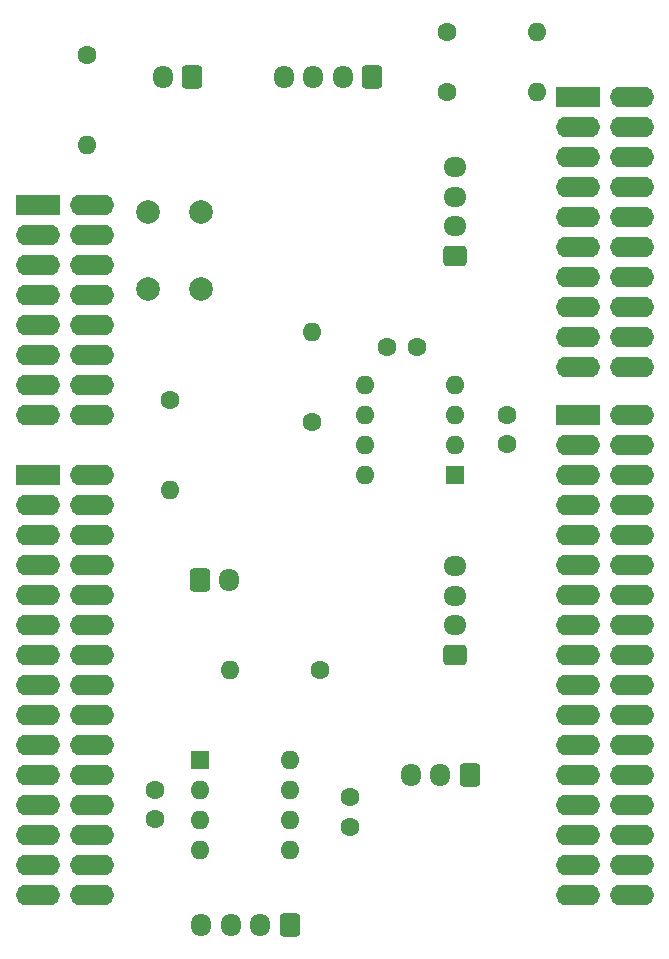
<source format=gbr>
%TF.GenerationSoftware,KiCad,Pcbnew,8.0.1*%
%TF.CreationDate,2024-05-13T21:38:53+09:00*%
%TF.ProjectId,F767ZI_header,46373637-5a49-45f6-9865-616465722e6b,rev?*%
%TF.SameCoordinates,Original*%
%TF.FileFunction,Soldermask,Bot*%
%TF.FilePolarity,Negative*%
%FSLAX46Y46*%
G04 Gerber Fmt 4.6, Leading zero omitted, Abs format (unit mm)*
G04 Created by KiCad (PCBNEW 8.0.1) date 2024-05-13 21:38:53*
%MOMM*%
%LPD*%
G01*
G04 APERTURE LIST*
G04 Aperture macros list*
%AMRoundRect*
0 Rectangle with rounded corners*
0 $1 Rounding radius*
0 $2 $3 $4 $5 $6 $7 $8 $9 X,Y pos of 4 corners*
0 Add a 4 corners polygon primitive as box body*
4,1,4,$2,$3,$4,$5,$6,$7,$8,$9,$2,$3,0*
0 Add four circle primitives for the rounded corners*
1,1,$1+$1,$2,$3*
1,1,$1+$1,$4,$5*
1,1,$1+$1,$6,$7*
1,1,$1+$1,$8,$9*
0 Add four rect primitives between the rounded corners*
20,1,$1+$1,$2,$3,$4,$5,0*
20,1,$1+$1,$4,$5,$6,$7,0*
20,1,$1+$1,$6,$7,$8,$9,0*
20,1,$1+$1,$8,$9,$2,$3,0*%
G04 Aperture macros list end*
%ADD10C,1.600000*%
%ADD11O,1.600000X1.600000*%
%ADD12C,2.000000*%
%ADD13RoundRect,0.102000X-1.765000X-0.765000X1.765000X-0.765000X1.765000X0.765000X-1.765000X0.765000X0*%
%ADD14O,3.734000X1.734000*%
%ADD15RoundRect,0.250000X0.600000X0.725000X-0.600000X0.725000X-0.600000X-0.725000X0.600000X-0.725000X0*%
%ADD16O,1.700000X1.950000*%
%ADD17RoundRect,0.250000X0.725000X-0.600000X0.725000X0.600000X-0.725000X0.600000X-0.725000X-0.600000X0*%
%ADD18O,1.950000X1.700000*%
%ADD19RoundRect,0.250000X-0.600000X-0.725000X0.600000X-0.725000X0.600000X0.725000X-0.600000X0.725000X0*%
%ADD20R,1.600000X1.600000*%
G04 APERTURE END LIST*
D10*
%TO.C,R8*%
X205740000Y-55880000D03*
D11*
X213360000Y-55880000D03*
%TD*%
D10*
%TO.C,C4*%
X197485000Y-123150000D03*
X197485000Y-120650000D03*
%TD*%
D12*
%TO.C,SW1*%
X184912000Y-71120000D03*
X184912000Y-77620000D03*
X180412000Y-71120000D03*
X180412000Y-77620000D03*
%TD*%
D10*
%TO.C,R6*%
X194945000Y-109855000D03*
D11*
X187325000Y-109855000D03*
%TD*%
D10*
%TO.C,C3*%
X180975000Y-122535000D03*
X180975000Y-120035000D03*
%TD*%
%TO.C,R1*%
X175260000Y-57785000D03*
D11*
X175260000Y-65405000D03*
%TD*%
D13*
%TO.C,A1*%
X216805000Y-61341000D03*
D14*
X221345000Y-61341000D03*
X216805000Y-63881000D03*
X221345000Y-63881000D03*
X216805000Y-66421000D03*
X221345000Y-66421000D03*
X216805000Y-68961000D03*
X221345000Y-68961000D03*
X216805000Y-71501000D03*
X221345000Y-71501000D03*
X216805000Y-74041000D03*
X221345000Y-74041000D03*
X216805000Y-76581000D03*
X221345000Y-76581000D03*
X216805000Y-79121000D03*
X221345000Y-79121000D03*
X216805000Y-81661000D03*
X221345000Y-81661000D03*
X216805000Y-84201000D03*
X221345000Y-84201000D03*
D13*
X171085000Y-70485000D03*
D14*
X175625000Y-70485000D03*
X171085000Y-73025000D03*
X175625000Y-73025000D03*
X171085000Y-75565000D03*
X175625000Y-75565000D03*
X171085000Y-78105000D03*
X175625000Y-78105000D03*
X171085000Y-80645000D03*
X175625000Y-80645000D03*
X171085000Y-83185000D03*
X175625000Y-83185000D03*
X171085000Y-85725000D03*
X175625000Y-85725000D03*
X171085000Y-88265000D03*
X175625000Y-88265000D03*
D13*
X171085000Y-93345000D03*
D14*
X175625000Y-93345000D03*
X171085000Y-95885000D03*
X175625000Y-95885000D03*
X171085000Y-98425000D03*
X175625000Y-98425000D03*
X171085000Y-100965000D03*
X175625000Y-100965000D03*
X171085000Y-103505000D03*
X175625000Y-103505000D03*
X171085000Y-106045000D03*
X175625000Y-106045000D03*
X171085000Y-108585000D03*
X175625000Y-108585000D03*
X171085000Y-111125000D03*
X175625000Y-111125000D03*
X171085000Y-113665000D03*
X175625000Y-113665000D03*
X171085000Y-116205000D03*
X175625000Y-116205000D03*
X171085000Y-118745000D03*
X175625000Y-118745000D03*
X171085000Y-121285000D03*
X175625000Y-121285000D03*
X171085000Y-123825000D03*
X175625000Y-123825000D03*
X171085000Y-126365000D03*
X175625000Y-126365000D03*
X171085000Y-128905000D03*
X175625000Y-128905000D03*
D13*
X216805000Y-88265000D03*
D14*
X221345000Y-88265000D03*
X216805000Y-90805000D03*
X221345000Y-90805000D03*
X216805000Y-93345000D03*
X221345000Y-93345000D03*
X216805000Y-95885000D03*
X221345000Y-95885000D03*
X216805000Y-98425000D03*
X221345000Y-98425000D03*
X216805000Y-100965000D03*
X221345000Y-100965000D03*
X216805000Y-103505000D03*
X221345000Y-103505000D03*
X216805000Y-106045000D03*
X221345000Y-106045000D03*
X216805000Y-108585000D03*
X221345000Y-108585000D03*
X216805000Y-111125000D03*
X221345000Y-111125000D03*
X216805000Y-113665000D03*
X221345000Y-113665000D03*
X216805000Y-116205000D03*
X221345000Y-116205000D03*
X216805000Y-118745000D03*
X221345000Y-118745000D03*
X216805000Y-121285000D03*
X221345000Y-121285000D03*
X216805000Y-123825000D03*
X221345000Y-123825000D03*
X216805000Y-126365000D03*
X221345000Y-126365000D03*
X216805000Y-128905000D03*
X221345000Y-128905000D03*
%TD*%
D10*
%TO.C,C2*%
X200660000Y-82550000D03*
X203160000Y-82550000D03*
%TD*%
D15*
%TO.C,J9*%
X184150000Y-59690000D03*
D16*
X181650000Y-59690000D03*
%TD*%
D10*
%TO.C,C1*%
X210820000Y-88285000D03*
X210820000Y-90785000D03*
%TD*%
D17*
%TO.C,J7*%
X206375000Y-74810000D03*
D18*
X206375000Y-72310000D03*
X206375000Y-69810000D03*
X206375000Y-67310000D03*
%TD*%
D15*
%TO.C,J2*%
X192405000Y-131445000D03*
D16*
X189905000Y-131445000D03*
X187405000Y-131445000D03*
X184905000Y-131445000D03*
%TD*%
D19*
%TO.C,J6*%
X184785000Y-102235000D03*
D16*
X187285000Y-102235000D03*
%TD*%
D20*
%TO.C,U1*%
X184785000Y-117475000D03*
D11*
X184785000Y-120015000D03*
X184785000Y-122555000D03*
X184785000Y-125095000D03*
X192405000Y-125095000D03*
X192405000Y-122555000D03*
X192405000Y-120015000D03*
X192405000Y-117475000D03*
%TD*%
D20*
%TO.C,U2*%
X206365000Y-93345000D03*
D11*
X206365000Y-90805000D03*
X206365000Y-88265000D03*
X206365000Y-85725000D03*
X198745000Y-85725000D03*
X198745000Y-88265000D03*
X198745000Y-90805000D03*
X198745000Y-93345000D03*
%TD*%
D15*
%TO.C,J4*%
X199390000Y-59690000D03*
D16*
X196890000Y-59690000D03*
X194390000Y-59690000D03*
X191890000Y-59690000D03*
%TD*%
D10*
%TO.C,R4*%
X182245000Y-86995000D03*
D11*
X182245000Y-94615000D03*
%TD*%
D10*
%TO.C,R7*%
X205740000Y-60960000D03*
D11*
X213360000Y-60960000D03*
%TD*%
D10*
%TO.C,R5*%
X194310000Y-88900000D03*
D11*
X194310000Y-81280000D03*
%TD*%
D15*
%TO.C,J5*%
X207645000Y-118745000D03*
D16*
X205145000Y-118745000D03*
X202645000Y-118745000D03*
%TD*%
D17*
%TO.C,J3*%
X206375000Y-108585000D03*
D18*
X206375000Y-106085000D03*
X206375000Y-103585000D03*
X206375000Y-101085000D03*
%TD*%
M02*

</source>
